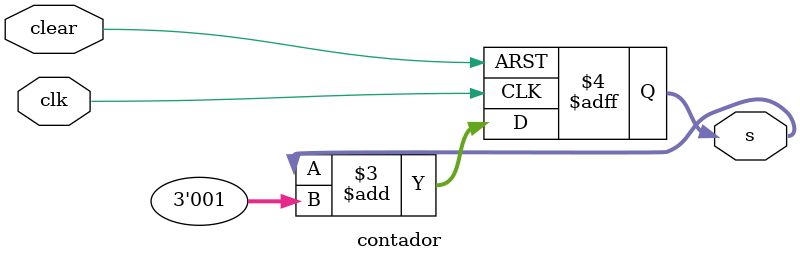
<source format=v>
module contador (clk, clear, s);

input clk, clear;
output [2:0] s;
reg [2:0] s;

always @(posedge clk or negedge clear)

	if(!clear)
	
		s <= 3'd0;
		
	else
	
		s <= s + 3'd1;
		
endmodule


</source>
